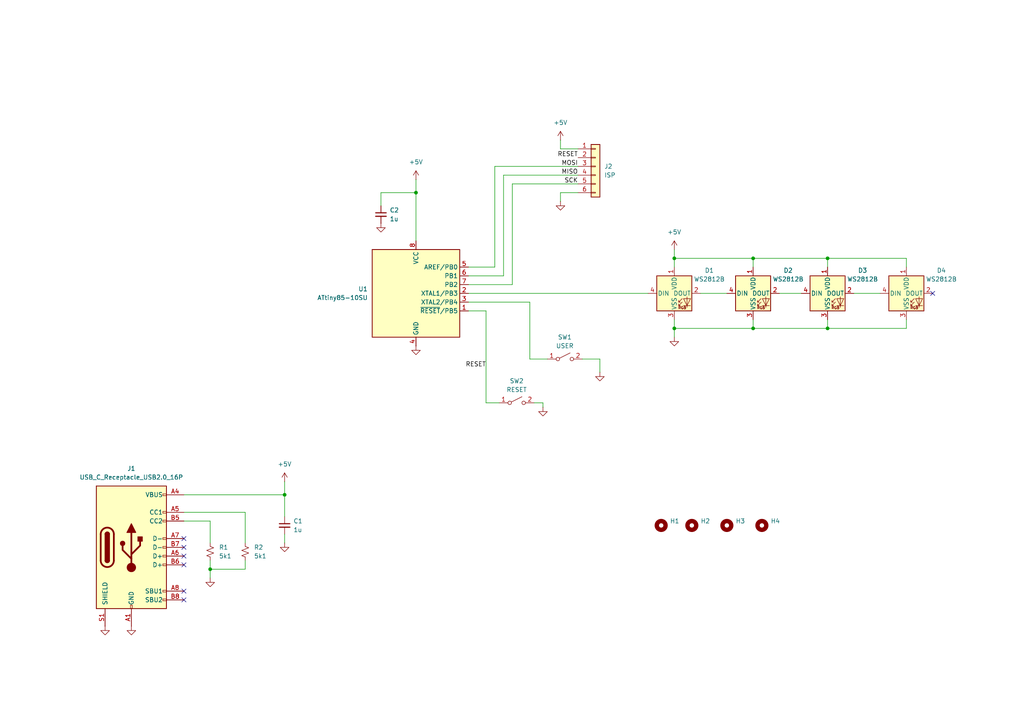
<source format=kicad_sch>
(kicad_sch (version 20250114) (generator "eeschema") (generator_version "9.0")
  (paper "A4")
  (lib_symbols
    (symbol "Connector:USB_C_Receptacle_USB2.0_16P" (pin_names (offset 1.016))
      (property "Reference" "J" (at 0 22.225 0))
      (property "Value" "USB_C_Receptacle_USB2.0_16P" (at 0 19.685 0))
      (symbol "USB_C_Receptacle_USB2.0_16P_0_0"
        (rectangle (start -0.254 -17.78) (end 0.254 -16.764))
        (rectangle (start 10.16 15.494) (end 9.144 14.986))
        (rectangle (start 10.16 10.414) (end 9.144 9.906))
        (rectangle (start 10.16 7.874) (end 9.144 7.366))
        (rectangle (start 10.16 2.794) (end 9.144 2.286))
        (rectangle (start 10.16 0.254) (end 9.144 -0.254))
        (rectangle (start 10.16 -2.286) (end 9.144 -2.794))
        (rectangle (start 10.16 -4.826) (end 9.144 -5.334))
        (rectangle (start 10.16 -12.446) (end 9.144 -12.954))
        (rectangle (start 10.16 -14.986) (end 9.144 -15.494))
      )
      (symbol "USB_C_Receptacle_USB2.0_16P_0_1"
        (rectangle (start -10.16 17.78) (end 10.16 -17.78) (stroke (width 0.254)) (fill (type background)))
        (polyline (pts (xy -8.89 -3.81) (xy -8.89 3.81)) (stroke (width 0.508)))
        (rectangle (start -7.62 -3.81) (end -6.35 3.81) (stroke (width 0.254)) (fill (type outline)))
        (arc (start -7.62 3.81) (mid -6.985 4.4423) (end -6.35 3.81) (stroke (width 0.254)))
        (arc (start -7.62 3.81) (mid -6.985 4.4423) (end -6.35 3.81) (stroke (width 0.254)) (fill (type outline)))
        (arc (start -8.89 3.81) (mid -6.985 5.7067) (end -5.08 3.81) (stroke (width 0.508)))
        (arc (start -5.08 -3.81) (mid -6.985 -5.7067) (end -8.89 -3.81) (stroke (width 0.508)))
        (arc (start -6.35 -3.81) (mid -6.985 -4.4423) (end -7.62 -3.81) (stroke (width 0.254)))
        (arc (start -6.35 -3.81) (mid -6.985 -4.4423) (end -7.62 -3.81) (stroke (width 0.254)) (fill (type outline)))
        (polyline (pts (xy -5.08 3.81) (xy -5.08 -3.81)) (stroke (width 0.508)))
        (circle (center -2.54 1.143) (radius 0.635) (stroke (width 0.254)) (fill (type outline)))
        (polyline (pts (xy -1.27 4.318) (xy 0 6.858) (xy 1.27 4.318) (xy -1.27 4.318)) (stroke (width 0.254)) (fill (type outline)))
        (polyline (pts (xy 0 -2.032) (xy 2.54 0.508) (xy 2.54 1.778)) (stroke (width 0.508)))
        (polyline (pts (xy 0 -3.302) (xy -2.54 -0.762) (xy -2.54 0.508)) (stroke (width 0.508)))
        (polyline (pts (xy 0 -5.842) (xy 0 4.318)) (stroke (width 0.508)))
        (circle (center 0 -5.842) (radius 1.27) (fill (type outline)))
        (rectangle (start 1.905 1.778) (end 3.175 3.048) (stroke (width 0.254)) (fill (type outline)))
      )
      (symbol "USB_C_Receptacle_USB2.0_16P_1_1"
        (pin passive line (at -7.62 -22.86 90) (length 5.08) (name "SHIELD") (number "S1"))
        (pin passive line (at 0 -22.86 90) (length 5.08) (name "GND") (number "A1"))
        (pin passive line (at 0 -22.86 90) (length 5.08) (hide yes) (name "GND") (number "A12"))
        (pin passive line (at 0 -22.86 90) (length 5.08) (hide yes) (name "GND") (number "B1"))
        (pin passive line (at 0 -22.86 90) (length 5.08) (hide yes) (name "GND") (number "B12"))
        (pin passive line (at 15.24 15.24 180) (length 5.08) (name "VBUS") (number "A4"))
        (pin passive line (at 15.24 15.24 180) (length 5.08) (hide yes) (name "VBUS") (number "A9"))
        (pin passive line (at 15.24 15.24 180) (length 5.08) (hide yes) (name "VBUS") (number "B4"))
        (pin passive line (at 15.24 15.24 180) (length 5.08) (hide yes) (name "VBUS") (number "B9"))
        (pin bidirectional line (at 15.24 10.16 180) (length 5.08) (name "CC1") (number "A5"))
        (pin bidirectional line (at 15.24 7.62 180) (length 5.08) (name "CC2") (number "B5"))
        (pin bidirectional line (at 15.24 2.54 180) (length 5.08) (name "D-") (number "A7"))
        (pin bidirectional line (at 15.24 0 180) (length 5.08) (name "D-") (number "B7"))
        (pin bidirectional line (at 15.24 -2.54 180) (length 5.08) (name "D+") (number "A6"))
        (pin bidirectional line (at 15.24 -5.08 180) (length 5.08) (name "D+") (number "B6"))
        (pin bidirectional line (at 15.24 -12.7 180) (length 5.08) (name "SBU1") (number "A8"))
        (pin bidirectional line (at 15.24 -15.24 180) (length 5.08) (name "SBU2") (number "B8"))
      )
    )
    (symbol "Connector_Generic:Conn_01x06" (pin_names (offset 1.016) (hide yes))
      (property "Reference" "J" (at 0 7.62 0))
      (property "Value" "Conn_01x06" (at 0 -10.16 0))
      (symbol "Conn_01x06_1_1"
        (rectangle (start -1.27 6.35) (end 1.27 -8.89) (stroke (width 0.254)) (fill (type background)))
        (rectangle (start -1.27 5.207) (end 0 4.953) (stroke (width 0.1524)))
        (rectangle (start -1.27 2.667) (end 0 2.413) (stroke (width 0.1524)))
        (rectangle (start -1.27 0.127) (end 0 -0.127) (stroke (width 0.1524)))
        (rectangle (start -1.27 -2.413) (end 0 -2.667) (stroke (width 0.1524)))
        (rectangle (start -1.27 -4.953) (end 0 -5.207) (stroke (width 0.1524)))
        (rectangle (start -1.27 -7.493) (end 0 -7.747) (stroke (width 0.1524)))
        (pin passive line (at -5.08 5.08 0) (length 3.81) (name "Pin_1") (number "1"))
        (pin passive line (at -5.08 2.54 0) (length 3.81) (name "Pin_2") (number "2"))
        (pin passive line (at -5.08 0 0) (length 3.81) (name "Pin_3") (number "3"))
        (pin passive line (at -5.08 -2.54 0) (length 3.81) (name "Pin_4") (number "4"))
        (pin passive line (at -5.08 -5.08 0) (length 3.81) (name "Pin_5") (number "5"))
        (pin passive line (at -5.08 -7.62 0) (length 3.81) (name "Pin_6") (number "6"))
      )
    )
    (symbol "Device:C_Small" (pin_numbers (hide yes)) (pin_names (offset 0.254) (hide yes))
      (property "Reference" "C" (at 0.254 1.778 0))
      (property "Value" "C_Small" (at 0.254 -2.032 0))
      (symbol "C_Small_0_1"
        (polyline (pts (xy -1.524 0.508) (xy 1.524 0.508)) (stroke (width 0.3048)))
        (polyline (pts (xy -1.524 -0.508) (xy 1.524 -0.508)) (stroke (width 0.3302)))
      )
      (symbol "C_Small_1_1"
        (pin passive line (at 0 2.54 270) (length 2.032) (name "~") (number "1"))
        (pin passive line (at 0 -2.54 90) (length 2.032) (name "~") (number "2"))
      )
    )
    (symbol "Device:R_Small_US" (pin_numbers (hide yes)) (pin_names (offset 0.254) (hide yes))
      (property "Reference" "R" (at 0.762 0.508 0))
      (property "Value" "R_Small_US" (at 0.762 -1.016 0))
      (symbol "R_Small_US_1_1"
        (polyline (pts (xy 0 1.524) (xy 1.016 1.143) (xy 0 0.762) (xy -1.016 0.381) (xy 0 0)))
        (polyline (pts (xy 0 0) (xy 1.016 -0.381) (xy 0 -0.762) (xy -1.016 -1.143) (xy 0 -1.524)))
        (pin passive line (at 0 2.54 270) (length 1.016) (name "~") (number "1"))
        (pin passive line (at 0 -2.54 90) (length 1.016) (name "~") (number "2"))
      )
    )
    (symbol "LED:WS2812B" (pin_names (offset 0.254))
      (property "Reference" "D" (at 5.08 5.715 0))
      (property "Value" "WS2812B" (at 1.27 -5.715 0))
      (symbol "WS2812B_0_0"
        (text "RGB" (at 2.286 -4.191 0) (effects (font (size 0.762 0.762))))
      )
      (symbol "WS2812B_0_1"
        (polyline (pts (xy 1.27 -2.54) (xy 1.778 -2.54)))
        (polyline (pts (xy 1.27 -3.556) (xy 1.778 -3.556)))
        (polyline (pts (xy 2.286 -1.524) (xy 1.27 -2.54) (xy 1.27 -2.032)))
        (polyline (pts (xy 2.286 -2.54) (xy 1.27 -3.556) (xy 1.27 -3.048)))
        (polyline (pts (xy 3.683 -1.016) (xy 3.683 -3.556) (xy 3.683 -4.064)))
        (polyline (pts (xy 4.699 -1.524) (xy 2.667 -1.524) (xy 3.683 -3.556) (xy 4.699 -1.524)))
        (polyline (pts (xy 4.699 -3.556) (xy 2.667 -3.556)))
        (rectangle (start 5.08 5.08) (end -5.08 -5.08) (stroke (width 0.254)) (fill (type background)))
      )
      (symbol "WS2812B_1_1"
        (pin input line (at -7.62 0 0) (length 2.54) (name "DIN") (number "4"))
        (pin power_in line (at 0 7.62 270) (length 2.54) (name "VDD") (number "1"))
        (pin power_in line (at 0 -7.62 90) (length 2.54) (name "VSS") (number "3"))
        (pin output line (at 7.62 0 180) (length 2.54) (name "DOUT") (number "2"))
      )
    )
    (symbol "MCU_Microchip_ATtiny:ATtiny85-20S"
      (property "Reference" "U" (at -12.7 13.97 0))
      (property "Value" "ATtiny85-20S" (at 2.54 -13.97 0))
      (symbol "ATtiny85-20S_0_1"
        (rectangle (start -12.7 -12.7) (end 12.7 12.7) (stroke (width 0.254)) (fill (type background)))
      )
      (symbol "ATtiny85-20S_1_1"
        (pin power_in line (at 0 15.24 270) (length 2.54) (name "VCC") (number "8"))
        (pin power_in line (at 0 -15.24 90) (length 2.54) (name "GND") (number "4"))
        (pin bidirectional line (at 15.24 7.62 180) (length 2.54) (name "AREF/PB0") (number "5"))
        (pin bidirectional line (at 15.24 5.08 180) (length 2.54) (name "PB1") (number "6"))
        (pin bidirectional line (at 15.24 2.54 180) (length 2.54) (name "PB2") (number "7"))
        (pin bidirectional line (at 15.24 0 180) (length 2.54) (name "XTAL1/PB3") (number "2"))
        (pin bidirectional line (at 15.24 -2.54 180) (length 2.54) (name "XTAL2/PB4") (number "3"))
        (pin bidirectional line (at 15.24 -5.08 180) (length 2.54) (name "~{RESET}/PB5") (number "1"))
      )
    )
    (symbol "Mechanical:MountingHole" (pin_names (offset 1.016)) (exclude_from_sim yes) (in_bom no)
      (property "Reference" "H" (at 0 5.08 0))
      (property "Value" "MountingHole" (at 0 3.175 0))
      (symbol "MountingHole_0_1"
        (circle (center 0 0) (radius 1.27) (stroke (width 1.27)))
      )
    )
    (symbol "Switch:SW_SPST" (pin_names (offset 0) (hide yes))
      (property "Reference" "SW" (at 0 3.175 0))
      (property "Value" "SW_SPST" (at 0 -2.54 0))
      (symbol "SW_SPST_0_0"
        (circle (center -2.032 0) (radius 0.508))
        (polyline (pts (xy -1.524 0.254) (xy 1.524 1.778)))
        (circle (center 2.032 0) (radius 0.508))
      )
      (symbol "SW_SPST_1_1"
        (pin passive line (at -5.08 0 0) (length 2.54) (name "A") (number "1"))
        (pin passive line (at 5.08 0 180) (length 2.54) (name "B") (number "2"))
      )
    )
    (symbol "power:+5V" (power) (pin_numbers (hide yes)) (pin_names (offset 0) (hide yes))
      (property "Value" "+5V" (at 0 3.556 0))
      (symbol "+5V_0_1"
        (polyline (pts (xy -0.762 1.27) (xy 0 2.54)))
        (polyline (pts (xy 0 2.54) (xy 0.762 1.27)))
        (polyline (pts (xy 0 0) (xy 0 2.54)))
      )
      (symbol "+5V_1_1"
        (pin power_in line (at 0 0 90) (length 0) (name "~") (number "1"))
      )
    )
    (symbol "power:GND" (power) (pin_numbers (hide yes)) (pin_names (offset 0) (hide yes))
      (property "Value" "GND" (at 0 -3.81 0))
      (symbol "GND_0_1"
        (polyline (pts (xy 0 0) (xy 0 -1.27) (xy 1.27 -1.27) (xy 0 -2.54) (xy -1.27 -1.27) (xy 0 -1.27)))
      )
      (symbol "GND_1_1"
        (pin power_in line (at 0 0 270) (length 0) (name "~") (number "1"))
      )
    )
  )
  (junction (at 195.58 74.93))
  (junction (at 218.44 74.93))
  (junction (at 195.58 95.25))
  (junction (at 120.65 55.88))
  (junction (at 60.96 165.1))
  (junction (at 82.55 143.51))
  (junction (at 218.44 95.25))
  (junction (at 240.03 95.25))
  (junction (at 240.03 74.93))
  (no_connect (at 53.34 171.45))
  (no_connect (at 53.34 161.29))
  (no_connect (at 53.34 158.75))
  (no_connect (at 53.34 163.83))
  (no_connect (at 53.34 173.99))
  (no_connect (at 53.34 156.21))
  (no_connect (at 270.51 85.09))
  (wire (pts (xy 240.03 74.93) (xy 240.03 77.47)))
  (wire (pts (xy 240.03 92.71) (xy 240.03 95.25)))
  (wire (pts (xy 110.49 59.69) (xy 110.49 55.88)))
  (wire (pts (xy 143.51 77.47) (xy 135.89 77.47)))
  (wire (pts (xy 135.89 90.17) (xy 140.97 90.17)))
  (wire (pts (xy 60.96 165.1) (xy 60.96 167.64)))
  (wire (pts (xy 148.59 53.34) (xy 148.59 82.55)))
  (wire (pts (xy 167.64 55.88) (xy 162.56 55.88)))
  (wire (pts (xy 82.55 154.94) (xy 82.55 157.48)))
  (wire (pts (xy 135.89 85.09) (xy 187.96 85.09)))
  (wire (pts (xy 218.44 74.93) (xy 218.44 77.47)))
  (wire (pts (xy 195.58 92.71) (xy 195.58 95.25)))
  (wire (pts (xy 71.12 148.59) (xy 53.34 148.59)))
  (wire (pts (xy 71.12 165.1) (xy 60.96 165.1)))
  (wire (pts (xy 203.2 85.09) (xy 210.82 85.09)))
  (wire (pts (xy 240.03 95.25) (xy 218.44 95.25)))
  (wire (pts (xy 167.64 53.34) (xy 148.59 53.34)))
  (wire (pts (xy 146.05 80.01) (xy 146.05 50.8)))
  (wire (pts (xy 60.96 157.48) (xy 60.96 151.13)))
  (wire (pts (xy 240.03 74.93) (xy 218.44 74.93)))
  (wire (pts (xy 162.56 40.64) (xy 162.56 43.18)))
  (wire (pts (xy 71.12 157.48) (xy 71.12 148.59)))
  (wire (pts (xy 60.96 151.13) (xy 53.34 151.13)))
  (wire (pts (xy 162.56 55.88) (xy 162.56 58.42)))
  (wire (pts (xy 153.67 87.63) (xy 135.89 87.63)))
  (wire (pts (xy 120.65 52.07) (xy 120.65 55.88)))
  (wire (pts (xy 135.89 80.01) (xy 146.05 80.01)))
  (wire (pts (xy 218.44 92.71) (xy 218.44 95.25)))
  (wire (pts (xy 218.44 95.25) (xy 195.58 95.25)))
  (wire (pts (xy 157.48 116.84) (xy 157.48 118.11)))
  (wire (pts (xy 148.59 82.55) (xy 135.89 82.55)))
  (wire (pts (xy 158.75 104.14) (xy 153.67 104.14)))
  (wire (pts (xy 247.65 85.09) (xy 255.27 85.09)))
  (wire (pts (xy 140.97 116.84) (xy 144.78 116.84)))
  (wire (pts (xy 262.89 95.25) (xy 240.03 95.25)))
  (wire (pts (xy 143.51 48.26) (xy 143.51 77.47)))
  (wire (pts (xy 153.67 104.14) (xy 153.67 87.63)))
  (wire (pts (xy 262.89 77.47) (xy 262.89 74.93)))
  (wire (pts (xy 60.96 162.56) (xy 60.96 165.1)))
  (wire (pts (xy 226.06 85.09) (xy 232.41 85.09)))
  (wire (pts (xy 173.99 104.14) (xy 173.99 107.95)))
  (wire (pts (xy 154.94 116.84) (xy 157.48 116.84)))
  (wire (pts (xy 262.89 74.93) (xy 240.03 74.93)))
  (wire (pts (xy 82.55 143.51) (xy 53.34 143.51)))
  (wire (pts (xy 140.97 90.17) (xy 140.97 116.84)))
  (wire (pts (xy 168.91 104.14) (xy 173.99 104.14)))
  (wire (pts (xy 82.55 139.7) (xy 82.55 143.51)))
  (wire (pts (xy 120.65 55.88) (xy 120.65 69.85)))
  (wire (pts (xy 218.44 74.93) (xy 195.58 74.93)))
  (wire (pts (xy 162.56 43.18) (xy 167.64 43.18)))
  (wire (pts (xy 71.12 162.56) (xy 71.12 165.1)))
  (wire (pts (xy 110.49 55.88) (xy 120.65 55.88)))
  (wire (pts (xy 195.58 72.39) (xy 195.58 74.93)))
  (wire (pts (xy 167.64 48.26) (xy 143.51 48.26)))
  (wire (pts (xy 262.89 92.71) (xy 262.89 95.25)))
  (wire (pts (xy 195.58 95.25) (xy 195.58 97.79)))
  (wire (pts (xy 82.55 149.86) (xy 82.55 143.51)))
  (wire (pts (xy 146.05 50.8) (xy 167.64 50.8)))
  (wire (pts (xy 195.58 74.93) (xy 195.58 77.47)))
  (label "SCK" (at 167.64 53.34 180))
  (label "RESET" (at 140.97 106.68 180))
  (label "RESET" (at 167.64 45.72 180))
  (label "MISO" (at 167.64 50.8 180))
  (label "MOSI" (at 167.64 48.26 180))
  (symbol (lib_id "power:GND") (at 38.1 181.61 0) (unit 1)
    (property "Reference" "#PWR02" (effects (hide yes)))
    (property "Value" "GND" (effects (hide yes)))
    (property "Description" "Power symbol creates a global label with name \"GND\" , ground" (effects (hide yes)))
  )
  (symbol (lib_id "Switch:SW_SPST") (at 149.86 116.84 0) (unit 1)
    (property "Reference" "SW2" (at 149.86 110.49 0))
    (property "Value" "RESET" (at 149.86 113.03 0))
    (property "Footprint" "Button_Switch_SMD:SW_SPST_PTS647_Sx38" (effects (hide yes)))
    (property "Description" "Single Pole Single Throw (SPST) switch" (effects (hide yes)))
  )
  (symbol (lib_id "power:GND") (at 162.56 58.42 0) (unit 1)
    (property "Reference" "#PWR014" (effects (hide yes)))
    (property "Value" "GND" (effects (hide yes)))
    (property "Description" "Power symbol creates a global label with name \"GND\" , ground" (effects (hide yes)))
  )
  (symbol (lib_id "Mechanical:MountingHole") (at 220.98 152.4 0) (unit 1) (in_bom no)
    (property "Reference" "H4" (at 223.52 151.13 0) (effects (justify left)))
    (property "Value" "MountingHole" (effects (hide yes)))
    (property "Footprint" "MountingHole:MountingHole_2.2mm_M2" (effects (hide yes)))
    (property "Description" "Mounting Hole without connection" (effects (hide yes)))
  )
  (symbol (lib_id "Device:R_Small_US") (at 71.12 160.02 180) (unit 1)
    (property "Reference" "R2" (at 73.66 158.75 0) (effects (justify right)))
    (property "Value" "5k1" (at 73.66 161.29 0) (effects (justify right)))
    (property "Footprint" "Resistor_SMD:R_0402_1005Metric" (effects (hide yes)))
    (property "Description" "Resistor, small US symbol" (effects (hide yes)))
  )
  (symbol (lib_id "power:GND") (at 60.96 167.64 0) (unit 1)
    (property "Reference" "#PWR01" (effects (hide yes)))
    (property "Value" "GND" (effects (hide yes)))
    (property "Description" "Power symbol creates a global label with name \"GND\" , ground" (effects (hide yes)))
  )
  (symbol (lib_id "Device:R_Small_US") (at 60.96 160.02 180) (unit 1)
    (property "Reference" "R1" (at 63.5 158.75 0) (effects (justify right)))
    (property "Value" "5k1" (at 63.5 161.29 0) (effects (justify right)))
    (property "Footprint" "Resistor_SMD:R_0402_1005Metric" (effects (hide yes)))
    (property "Description" "Resistor, small US symbol" (effects (hide yes)))
  )
  (symbol (lib_id "power:+5V") (at 162.56 40.64 0) (unit 1)
    (property "Reference" "#PWR013" (effects (hide yes)))
    (property "Value" "+5V" (at 162.56 35.56 0))
    (property "Description" "Power symbol creates a global label with name \"+5V\"" (effects (hide yes)))
  )
  (symbol (lib_id "power:+5V") (at 120.65 52.07 0) (unit 1)
    (property "Reference" "#PWR06" (effects (hide yes)))
    (property "Value" "+5V" (at 120.65 46.99 0))
    (property "Description" "Power symbol creates a global label with name \"+5V\"" (effects (hide yes)))
  )
  (symbol (lib_id "Switch:SW_SPST") (at 163.83 104.14 0) (unit 1)
    (property "Reference" "SW1" (at 163.83 97.79 0))
    (property "Value" "USER" (at 163.83 100.33 0))
    (property "Footprint" "Button_Switch_SMD:SW_SPST_PTS647_Sx38" (effects (hide yes)))
    (property "Description" "Single Pole Single Throw (SPST) switch" (effects (hide yes)))
  )
  (symbol (lib_id "power:GND") (at 82.55 157.48 0) (unit 1)
    (property "Reference" "#PWR04" (effects (hide yes)))
    (property "Value" "GND" (effects (hide yes)))
    (property "Description" "Power symbol creates a global label with name \"GND\" , ground" (effects (hide yes)))
  )
  (symbol (lib_id "power:+5V") (at 82.55 139.7 0) (unit 1)
    (property "Reference" "#PWR05" (effects (hide yes)))
    (property "Value" "+5V" (at 82.55 134.62 0))
    (property "Description" "Power symbol creates a global label with name \"+5V\"" (effects (hide yes)))
  )
  (symbol (lib_id "power:+5V") (at 195.58 72.39 0) (unit 1)
    (property "Reference" "#PWR09" (effects (hide yes)))
    (property "Value" "+5V" (at 195.58 67.31 0))
    (property "Description" "Power symbol creates a global label with name \"+5V\"" (effects (hide yes)))
  )
  (symbol (lib_id "LED:WS2812B") (at 262.89 85.09 0) (unit 1)
    (property "Reference" "D4" (at 273.05 78.4411 0))
    (property "Value" "WS2812B" (at 273.05 80.9811 0))
    (property "Footprint" "LED_SMD:LED_WS2812B_PLCC4_5.0x5.0mm_P3.2mm" (effects (hide yes)))
    (property "Datasheet" "https://cdn-shop.adafruit.com/datasheets/WS2812B.pdf" (effects (hide yes)))
    (property "Description" "RGB LED with integrated controller" (effects (hide yes)))
  )
  (symbol (lib_id "power:GND") (at 173.99 107.95 0) (unit 1)
    (property "Reference" "#PWR011" (effects (hide yes)))
    (property "Value" "GND" (effects (hide yes)))
    (property "Description" "Power symbol creates a global label with name \"GND\" , ground" (effects (hide yes)))
  )
  (symbol (lib_id "Mechanical:MountingHole") (at 191.77 152.4 0) (unit 1) (in_bom no)
    (property "Reference" "H1" (at 194.31 151.13 0) (effects (justify left)))
    (property "Value" "MountingHole" (effects (hide yes)))
    (property "Footprint" "MountingHole:MountingHole_2.2mm_M2" (effects (hide yes)))
    (property "Description" "Mounting Hole without connection" (effects (hide yes)))
  )
  (symbol (lib_id "MCU_Microchip_ATtiny:ATtiny85-20S") (at 120.65 85.09 0) (unit 1)
    (property "Reference" "U1" (at 106.68 83.82 0) (effects (justify right)))
    (property "Value" "ATtiny85-10SU" (at 106.68 86.36 0) (effects (justify right)))
    (property "Footprint" "Package_SO:SOIC-8_5.3x5.3mm_P1.27mm" (effects (hide yes)))
    (property "Datasheet" "http://ww1.microchip.com/downloads/en/DeviceDoc/atmel-2586-avr-8-bit-microcontroller-attiny25-attiny45-attiny85_datasheet.pdf" (effects (hide yes)))
    (property "Description" "20MHz, 8kB Flash, 512B SRAM, 512B EEPROM, debugWIRE, SOIC-8" (effects (hide yes)))
  )
  (symbol (lib_id "Mechanical:MountingHole") (at 210.82 152.4 0) (unit 1) (in_bom no)
    (property "Reference" "H3" (at 213.36 151.13 0) (effects (justify left)))
    (property "Value" "MountingHole" (effects (hide yes)))
    (property "Footprint" "MountingHole:MountingHole_2.2mm_M2" (effects (hide yes)))
    (property "Description" "Mounting Hole without connection" (effects (hide yes)))
  )
  (symbol (lib_id "power:GND") (at 30.48 181.61 0) (unit 1)
    (property "Reference" "#PWR03" (effects (hide yes)))
    (property "Value" "GND" (effects (hide yes)))
    (property "Description" "Power symbol creates a global label with name \"GND\" , ground" (effects (hide yes)))
  )
  (symbol (lib_id "Device:C_Small") (at 110.49 62.23 0) (unit 1)
    (property "Reference" "C2" (at 113.03 60.9663 0) (effects (justify left)))
    (property "Value" "1u" (at 113.03 63.5063 0) (effects (justify left)))
    (property "Footprint" "Capacitor_SMD:C_0603_1608Metric" (effects (hide yes)))
    (property "Description" "Unpolarized capacitor, small symbol" (effects (hide yes)))
  )
  (symbol (lib_id "Connector_Generic:Conn_01x06") (at 172.72 48.26 0) (unit 1)
    (property "Reference" "J2" (at 175.26 48.26 0) (effects (justify left)))
    (property "Value" "ISP" (at 175.26 50.8 0) (effects (justify left)))
    (property "Footprint" "Connector_PinHeader_2.54mm:PinHeader_1x06_P2.54mm_Vertical" (effects (hide yes)))
    (property "Description" "Generic connector, single row, 01x06, script generated (kicad-library-utils/schlib/autogen/connector/)" (effects (hide yes)))
  )
  (symbol (lib_id "LED:WS2812B") (at 240.03 85.09 0) (unit 1)
    (property "Reference" "D3" (at 250.19 78.4411 0))
    (property "Value" "WS2812B" (at 250.19 80.9811 0))
    (property "Footprint" "LED_SMD:LED_WS2812B_PLCC4_5.0x5.0mm_P3.2mm" (effects (hide yes)))
    (property "Datasheet" "https://cdn-shop.adafruit.com/datasheets/WS2812B.pdf" (effects (hide yes)))
    (property "Description" "RGB LED with integrated controller" (effects (hide yes)))
  )
  (symbol (lib_id "LED:WS2812B") (at 218.44 85.09 0) (unit 1)
    (property "Reference" "D2" (at 228.6 78.4411 0))
    (property "Value" "WS2812B" (at 228.6 80.9811 0))
    (property "Footprint" "LED_SMD:LED_WS2812B_PLCC4_5.0x5.0mm_P3.2mm" (effects (hide yes)))
    (property "Datasheet" "https://cdn-shop.adafruit.com/datasheets/WS2812B.pdf" (effects (hide yes)))
    (property "Description" "RGB LED with integrated controller" (effects (hide yes)))
  )
  (symbol (lib_id "power:GND") (at 110.49 64.77 0) (unit 1)
    (property "Reference" "#PWR08" (effects (hide yes)))
    (property "Value" "GND" (effects (hide yes)))
    (property "Description" "Power symbol creates a global label with name \"GND\" , ground" (effects (hide yes)))
  )
  (symbol (lib_id "power:GND") (at 195.58 97.79 0) (unit 1)
    (property "Reference" "#PWR010" (effects (hide yes)))
    (property "Value" "GND" (effects (hide yes)))
    (property "Description" "Power symbol creates a global label with name \"GND\" , ground" (effects (hide yes)))
  )
  (symbol (lib_id "Mechanical:MountingHole") (at 200.66 152.4 0) (unit 1) (in_bom no)
    (property "Reference" "H2" (at 203.2 151.13 0) (effects (justify left)))
    (property "Value" "MountingHole" (effects (hide yes)))
    (property "Footprint" "MountingHole:MountingHole_2.2mm_M2" (effects (hide yes)))
    (property "Description" "Mounting Hole without connection" (effects (hide yes)))
  )
  (symbol (lib_id "power:GND") (at 157.48 118.11 0) (unit 1)
    (property "Reference" "#PWR012" (effects (hide yes)))
    (property "Value" "GND" (effects (hide yes)))
    (property "Description" "Power symbol creates a global label with name \"GND\" , ground" (effects (hide yes)))
  )
  (symbol (lib_id "Connector:USB_C_Receptacle_USB2.0_16P") (at 38.1 158.75 0) (unit 1)
    (property "Reference" "J1" (at 38.1 135.89 0))
    (property "Value" "USB_C_Receptacle_USB2.0_16P" (at 38.1 138.43 0))
    (property "Footprint" "Connector_USB:USB_C_Receptacle_G-Switch_GT-USB-7010ASV" (effects (hide yes)))
    (property "Datasheet" "https://www.usb.org/sites/default/files/documents/usb_type-c.zip" (effects (hide yes)))
    (property "Description" "USB 2.0-only 16P Type-C Receptacle connector" (effects (hide yes)))
  )
  (symbol (lib_id "power:GND") (at 120.65 100.33 0) (unit 1)
    (property "Reference" "#PWR07" (effects (hide yes)))
    (property "Value" "GND" (effects (hide yes)))
    (property "Description" "Power symbol creates a global label with name \"GND\" , ground" (effects (hide yes)))
  )
  (symbol (lib_id "LED:WS2812B") (at 195.58 85.09 0) (unit 1)
    (property "Reference" "D1" (at 205.74 78.4411 0))
    (property "Value" "WS2812B" (at 205.74 80.9811 0))
    (property "Footprint" "LED_SMD:LED_WS2812B_PLCC4_5.0x5.0mm_P3.2mm" (effects (hide yes)))
    (property "Datasheet" "https://cdn-shop.adafruit.com/datasheets/WS2812B.pdf" (effects (hide yes)))
    (property "Description" "RGB LED with integrated controller" (effects (hide yes)))
  )
  (symbol (lib_id "Device:C_Small") (at 82.55 152.4 0) (unit 1)
    (property "Reference" "C1" (at 85.09 151.1363 0) (effects (justify left)))
    (property "Value" "1u" (at 85.09 153.6763 0) (effects (justify left)))
    (property "Footprint" "Capacitor_SMD:C_0603_1608Metric" (effects (hide yes)))
    (property "Description" "Unpolarized capacitor, small symbol" (effects (hide yes)))
  )
)
</source>
